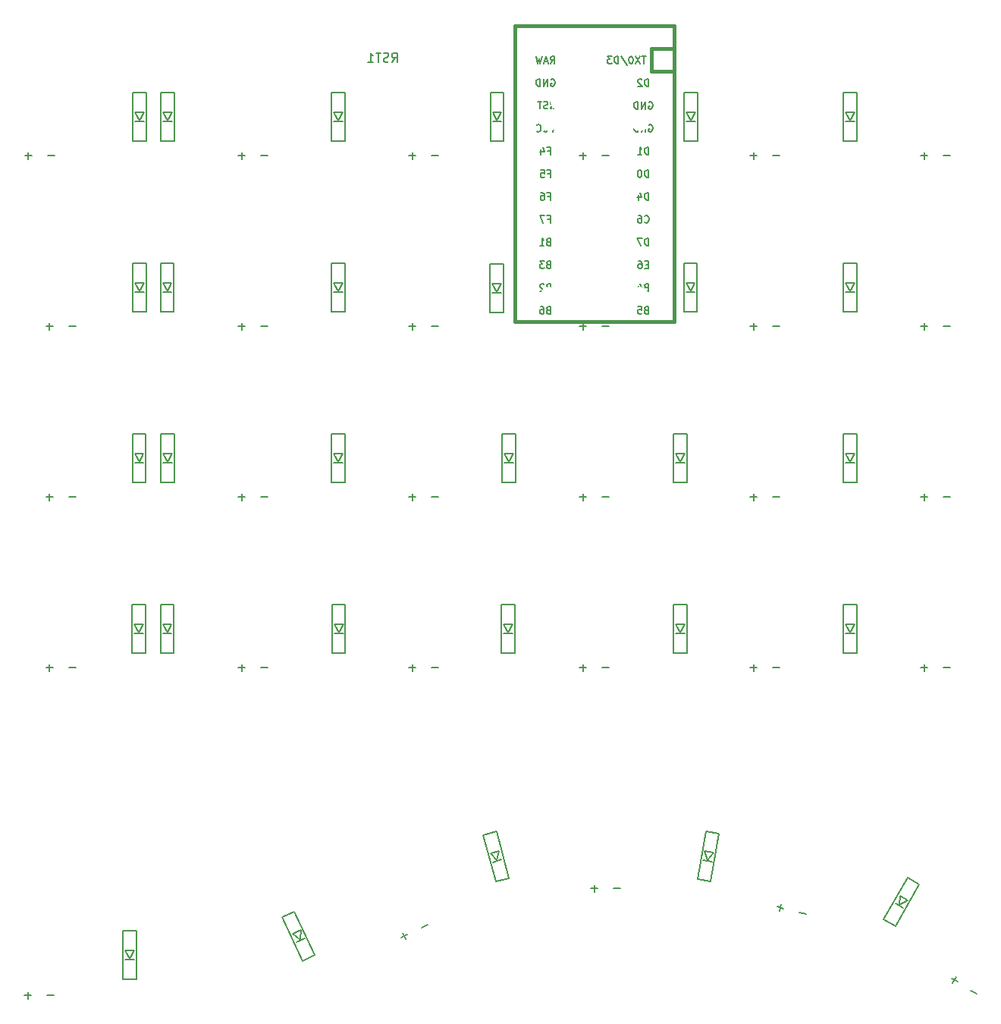
<source format=gbo>
%TF.GenerationSoftware,KiCad,Pcbnew,5.1.10-88a1d61d58~90~ubuntu20.04.1*%
%TF.CreationDate,2021-08-22T16:14:45+02:00*%
%TF.ProjectId,knuckle-pad,6b6e7563-6b6c-4652-9d70-61642e6b6963,rev?*%
%TF.SameCoordinates,Original*%
%TF.FileFunction,Legend,Bot*%
%TF.FilePolarity,Positive*%
%FSLAX46Y46*%
G04 Gerber Fmt 4.6, Leading zero omitted, Abs format (unit mm)*
G04 Created by KiCad (PCBNEW 5.1.10-88a1d61d58~90~ubuntu20.04.1) date 2021-08-22 16:14:45*
%MOMM*%
%LPD*%
G01*
G04 APERTURE LIST*
%ADD10C,0.381000*%
%ADD11C,0.150000*%
%ADD12C,4.000000*%
%ADD13C,1.752600*%
%ADD14R,1.752600X1.752600*%
%ADD15C,1.750000*%
%ADD16C,3.987800*%
%ADD17R,1.905000X1.905000*%
%ADD18C,1.905000*%
%ADD19C,2.250000*%
%ADD20C,2.000000*%
%ADD21C,0.100000*%
%ADD22C,1.397000*%
%ADD23R,0.950000X1.300000*%
%ADD24R,1.397000X1.397000*%
G04 APERTURE END LIST*
D10*
%TO.C,U1*%
X159258000Y-35052000D02*
X161798000Y-35052000D01*
X161798000Y-32512000D02*
X161798000Y-35052000D01*
X144018000Y-32512000D02*
X161798000Y-32512000D01*
X144018000Y-35052000D02*
X144018000Y-32512000D01*
D11*
G36*
X147976432Y-41531360D02*
G01*
X147976432Y-41731360D01*
X148076432Y-41731360D01*
X148076432Y-41531360D01*
X147976432Y-41531360D01*
G37*
X147976432Y-41531360D02*
X147976432Y-41731360D01*
X148076432Y-41731360D01*
X148076432Y-41531360D01*
X147976432Y-41531360D01*
G36*
X148376432Y-40931360D02*
G01*
X148376432Y-41731360D01*
X148476432Y-41731360D01*
X148476432Y-40931360D01*
X148376432Y-40931360D01*
G37*
X148376432Y-40931360D02*
X148376432Y-41731360D01*
X148476432Y-41731360D01*
X148476432Y-40931360D01*
X148376432Y-40931360D01*
G36*
X147976432Y-40931360D02*
G01*
X147976432Y-41031360D01*
X148476432Y-41031360D01*
X148476432Y-40931360D01*
X147976432Y-40931360D01*
G37*
X147976432Y-40931360D02*
X147976432Y-41031360D01*
X148476432Y-41031360D01*
X148476432Y-40931360D01*
X147976432Y-40931360D01*
G36*
X148176432Y-41331360D02*
G01*
X148176432Y-41431360D01*
X148276432Y-41431360D01*
X148276432Y-41331360D01*
X148176432Y-41331360D01*
G37*
X148176432Y-41331360D02*
X148176432Y-41431360D01*
X148276432Y-41431360D01*
X148276432Y-41331360D01*
X148176432Y-41331360D01*
G36*
X147976432Y-40931360D02*
G01*
X147976432Y-41231360D01*
X148076432Y-41231360D01*
X148076432Y-40931360D01*
X147976432Y-40931360D01*
G37*
X147976432Y-40931360D02*
X147976432Y-41231360D01*
X148076432Y-41231360D01*
X148076432Y-40931360D01*
X147976432Y-40931360D01*
D10*
X159258000Y-37592000D02*
X161798000Y-37592000D01*
X159258000Y-35052000D02*
X159258000Y-37592000D01*
X144018000Y-65532000D02*
X144018000Y-35052000D01*
X161798000Y-65532000D02*
X144018000Y-65532000D01*
X161798000Y-35052000D02*
X161798000Y-65532000D01*
D11*
%TO.C,D29*%
X187898481Y-127588731D02*
X189197519Y-128338731D01*
X185198481Y-132265269D02*
X187898481Y-127588731D01*
X186497519Y-133015269D02*
X185198481Y-132265269D01*
X189197519Y-128338731D02*
X186497519Y-133015269D01*
X187381013Y-130985013D02*
X186514987Y-130485013D01*
X187014987Y-129618987D02*
X186998000Y-130648410D01*
X187881013Y-130118987D02*
X187014987Y-129618987D01*
X186998000Y-130648410D02*
X187881013Y-130118987D01*
%TO.C,D28*%
X180682200Y-97122000D02*
X182182200Y-97122000D01*
X180682200Y-102522000D02*
X180682200Y-97122000D01*
X182182200Y-102522000D02*
X180682200Y-102522000D01*
X182182200Y-97122000D02*
X182182200Y-102522000D01*
X181932200Y-100322000D02*
X180932200Y-100322000D01*
X180932200Y-99322000D02*
X181432200Y-100222000D01*
X181932200Y-99322000D02*
X180932200Y-99322000D01*
X181432200Y-100222000D02*
X181932200Y-99322000D01*
%TO.C,D27*%
X180733000Y-78078000D02*
X182233000Y-78078000D01*
X180733000Y-83478000D02*
X180733000Y-78078000D01*
X182233000Y-83478000D02*
X180733000Y-83478000D01*
X182233000Y-78078000D02*
X182233000Y-83478000D01*
X181983000Y-81278000D02*
X180983000Y-81278000D01*
X180983000Y-80278000D02*
X181483000Y-81178000D01*
X181983000Y-80278000D02*
X180983000Y-80278000D01*
X181483000Y-81178000D02*
X181983000Y-80278000D01*
%TO.C,D26*%
X180733000Y-59022000D02*
X182233000Y-59022000D01*
X180733000Y-64422000D02*
X180733000Y-59022000D01*
X182233000Y-64422000D02*
X180733000Y-64422000D01*
X182233000Y-59022000D02*
X182233000Y-64422000D01*
X181983000Y-62222000D02*
X180983000Y-62222000D01*
X180983000Y-61222000D02*
X181483000Y-62122000D01*
X181983000Y-61222000D02*
X180983000Y-61222000D01*
X181483000Y-62122000D02*
X181983000Y-61222000D01*
%TO.C,D25*%
X180733000Y-39972000D02*
X182233000Y-39972000D01*
X180733000Y-45372000D02*
X180733000Y-39972000D01*
X182233000Y-45372000D02*
X180733000Y-45372000D01*
X182233000Y-39972000D02*
X182233000Y-45372000D01*
X181983000Y-43172000D02*
X180983000Y-43172000D01*
X180983000Y-42172000D02*
X181483000Y-43072000D01*
X181983000Y-42172000D02*
X180983000Y-42172000D01*
X181483000Y-43072000D02*
X181983000Y-42172000D01*
%TO.C,D24*%
X165338244Y-122432783D02*
X166815456Y-122693255D01*
X164400544Y-127750745D02*
X165338244Y-122432783D01*
X165877756Y-128011217D02*
X164400544Y-127750745D01*
X166815456Y-122693255D02*
X165877756Y-128011217D01*
X166013580Y-125801228D02*
X165028772Y-125627580D01*
X165202420Y-124642772D02*
X165538541Y-125615923D01*
X166187228Y-124816420D02*
X165202420Y-124642772D01*
X165538541Y-125615923D02*
X166187228Y-124816420D01*
%TO.C,D23*%
X161759200Y-97125000D02*
X163259200Y-97125000D01*
X161759200Y-102525000D02*
X161759200Y-97125000D01*
X163259200Y-102525000D02*
X161759200Y-102525000D01*
X163259200Y-97125000D02*
X163259200Y-102525000D01*
X163009200Y-100325000D02*
X162009200Y-100325000D01*
X162009200Y-99325000D02*
X162509200Y-100225000D01*
X163009200Y-99325000D02*
X162009200Y-99325000D01*
X162509200Y-100225000D02*
X163009200Y-99325000D01*
%TO.C,D22*%
X161759200Y-78078000D02*
X163259200Y-78078000D01*
X161759200Y-83478000D02*
X161759200Y-78078000D01*
X163259200Y-83478000D02*
X161759200Y-83478000D01*
X163259200Y-78078000D02*
X163259200Y-83478000D01*
X163009200Y-81278000D02*
X162009200Y-81278000D01*
X162009200Y-80278000D02*
X162509200Y-81178000D01*
X163009200Y-80278000D02*
X162009200Y-80278000D01*
X162509200Y-81178000D02*
X163009200Y-80278000D01*
%TO.C,D21*%
X162889500Y-59022000D02*
X164389500Y-59022000D01*
X162889500Y-64422000D02*
X162889500Y-59022000D01*
X164389500Y-64422000D02*
X162889500Y-64422000D01*
X164389500Y-59022000D02*
X164389500Y-64422000D01*
X164139500Y-62222000D02*
X163139500Y-62222000D01*
X163139500Y-61222000D02*
X163639500Y-62122000D01*
X164139500Y-61222000D02*
X163139500Y-61222000D01*
X163639500Y-62122000D02*
X164139500Y-61222000D01*
%TO.C,D20*%
X162953000Y-39972000D02*
X164453000Y-39972000D01*
X162953000Y-45372000D02*
X162953000Y-39972000D01*
X164453000Y-45372000D02*
X162953000Y-45372000D01*
X164453000Y-39972000D02*
X164453000Y-45372000D01*
X164203000Y-43172000D02*
X163203000Y-43172000D01*
X163203000Y-42172000D02*
X163703000Y-43072000D01*
X164203000Y-42172000D02*
X163203000Y-42172000D01*
X163703000Y-43072000D02*
X164203000Y-42172000D01*
%TO.C,D19*%
X140514148Y-122808115D02*
X141963037Y-122419886D01*
X141911771Y-128024114D02*
X140514148Y-122808115D01*
X143360660Y-127635885D02*
X141911771Y-128024114D01*
X141963037Y-122419886D02*
X143360660Y-127635885D01*
X142549776Y-125575553D02*
X141583851Y-125834372D01*
X141325032Y-124868447D02*
X142040932Y-125608370D01*
X142290957Y-124609628D02*
X141325032Y-124868447D01*
X142040932Y-125608370D02*
X142290957Y-124609628D01*
%TO.C,D18*%
X142506000Y-97125000D02*
X144006000Y-97125000D01*
X142506000Y-102525000D02*
X142506000Y-97125000D01*
X144006000Y-102525000D02*
X142506000Y-102525000D01*
X144006000Y-97125000D02*
X144006000Y-102525000D01*
X143756000Y-100325000D02*
X142756000Y-100325000D01*
X142756000Y-99325000D02*
X143256000Y-100225000D01*
X143756000Y-99325000D02*
X142756000Y-99325000D01*
X143256000Y-100225000D02*
X143756000Y-99325000D01*
%TO.C,D17*%
X142633000Y-78078000D02*
X144133000Y-78078000D01*
X142633000Y-83478000D02*
X142633000Y-78078000D01*
X144133000Y-83478000D02*
X142633000Y-83478000D01*
X144133000Y-78078000D02*
X144133000Y-83478000D01*
X143883000Y-81278000D02*
X142883000Y-81278000D01*
X142883000Y-80278000D02*
X143383000Y-81178000D01*
X143883000Y-80278000D02*
X142883000Y-80278000D01*
X143383000Y-81178000D02*
X143883000Y-80278000D01*
%TO.C,D16*%
X141236000Y-59085500D02*
X142736000Y-59085500D01*
X141236000Y-64485500D02*
X141236000Y-59085500D01*
X142736000Y-64485500D02*
X141236000Y-64485500D01*
X142736000Y-59085500D02*
X142736000Y-64485500D01*
X142486000Y-62285500D02*
X141486000Y-62285500D01*
X141486000Y-61285500D02*
X141986000Y-62185500D01*
X142486000Y-61285500D02*
X141486000Y-61285500D01*
X141986000Y-62185500D02*
X142486000Y-61285500D01*
%TO.C,D15*%
X141286800Y-39949600D02*
X142786800Y-39949600D01*
X141286800Y-45349600D02*
X141286800Y-39949600D01*
X142786800Y-45349600D02*
X141286800Y-45349600D01*
X142786800Y-39949600D02*
X142786800Y-45349600D01*
X142536800Y-43149600D02*
X141536800Y-43149600D01*
X141536800Y-42149600D02*
X142036800Y-43049600D01*
X142536800Y-42149600D02*
X141536800Y-42149600D01*
X142036800Y-43049600D02*
X142536800Y-42149600D01*
%TO.C,D14*%
X118067200Y-131981933D02*
X119426662Y-131348005D01*
X120349338Y-136875995D02*
X118067200Y-131981933D01*
X121708800Y-136242067D02*
X120349338Y-136875995D01*
X119426662Y-131348005D02*
X121708800Y-136242067D01*
X120552463Y-134353845D02*
X119646155Y-134776463D01*
X119223537Y-133870155D02*
X120057047Y-134474523D01*
X120129845Y-133447537D02*
X119223537Y-133870155D01*
X120057047Y-134474523D02*
X120129845Y-133447537D01*
%TO.C,D13*%
X123608400Y-97122000D02*
X125108400Y-97122000D01*
X123608400Y-102522000D02*
X123608400Y-97122000D01*
X125108400Y-102522000D02*
X123608400Y-102522000D01*
X125108400Y-97122000D02*
X125108400Y-102522000D01*
X124858400Y-100322000D02*
X123858400Y-100322000D01*
X123858400Y-99322000D02*
X124358400Y-100222000D01*
X124858400Y-99322000D02*
X123858400Y-99322000D01*
X124358400Y-100222000D02*
X124858400Y-99322000D01*
%TO.C,D12*%
X123583000Y-78078000D02*
X125083000Y-78078000D01*
X123583000Y-83478000D02*
X123583000Y-78078000D01*
X125083000Y-83478000D02*
X123583000Y-83478000D01*
X125083000Y-78078000D02*
X125083000Y-83478000D01*
X124833000Y-81278000D02*
X123833000Y-81278000D01*
X123833000Y-80278000D02*
X124333000Y-81178000D01*
X124833000Y-80278000D02*
X123833000Y-80278000D01*
X124333000Y-81178000D02*
X124833000Y-80278000D01*
%TO.C,D11*%
X123583000Y-59022000D02*
X125083000Y-59022000D01*
X123583000Y-64422000D02*
X123583000Y-59022000D01*
X125083000Y-64422000D02*
X123583000Y-64422000D01*
X125083000Y-59022000D02*
X125083000Y-64422000D01*
X124833000Y-62222000D02*
X123833000Y-62222000D01*
X123833000Y-61222000D02*
X124333000Y-62122000D01*
X124833000Y-61222000D02*
X123833000Y-61222000D01*
X124333000Y-62122000D02*
X124833000Y-61222000D01*
%TO.C,D10*%
X123557600Y-39972000D02*
X125057600Y-39972000D01*
X123557600Y-45372000D02*
X123557600Y-39972000D01*
X125057600Y-45372000D02*
X123557600Y-45372000D01*
X125057600Y-39972000D02*
X125057600Y-45372000D01*
X124807600Y-43172000D02*
X123807600Y-43172000D01*
X123807600Y-42172000D02*
X124307600Y-43072000D01*
X124807600Y-42172000D02*
X123807600Y-42172000D01*
X124307600Y-43072000D02*
X124807600Y-42172000D01*
%TO.C,D9*%
X104469500Y-97128000D02*
X105969500Y-97128000D01*
X104469500Y-102528000D02*
X104469500Y-97128000D01*
X105969500Y-102528000D02*
X104469500Y-102528000D01*
X105969500Y-97128000D02*
X105969500Y-102528000D01*
X105719500Y-100328000D02*
X104719500Y-100328000D01*
X104719500Y-99328000D02*
X105219500Y-100228000D01*
X105719500Y-99328000D02*
X104719500Y-99328000D01*
X105219500Y-100228000D02*
X105719500Y-99328000D01*
%TO.C,D8*%
X104533000Y-78078000D02*
X106033000Y-78078000D01*
X104533000Y-83478000D02*
X104533000Y-78078000D01*
X106033000Y-83478000D02*
X104533000Y-83478000D01*
X106033000Y-78078000D02*
X106033000Y-83478000D01*
X105783000Y-81278000D02*
X104783000Y-81278000D01*
X104783000Y-80278000D02*
X105283000Y-81178000D01*
X105783000Y-80278000D02*
X104783000Y-80278000D01*
X105283000Y-81178000D02*
X105783000Y-80278000D01*
%TO.C,D7*%
X104469500Y-59022000D02*
X105969500Y-59022000D01*
X104469500Y-64422000D02*
X104469500Y-59022000D01*
X105969500Y-64422000D02*
X104469500Y-64422000D01*
X105969500Y-59022000D02*
X105969500Y-64422000D01*
X105719500Y-62222000D02*
X104719500Y-62222000D01*
X104719500Y-61222000D02*
X105219500Y-62122000D01*
X105719500Y-61222000D02*
X104719500Y-61222000D01*
X105219500Y-62122000D02*
X105719500Y-61222000D01*
%TO.C,D6*%
X104507600Y-39972000D02*
X106007600Y-39972000D01*
X104507600Y-45372000D02*
X104507600Y-39972000D01*
X106007600Y-45372000D02*
X104507600Y-45372000D01*
X106007600Y-39972000D02*
X106007600Y-45372000D01*
X105757600Y-43172000D02*
X104757600Y-43172000D01*
X104757600Y-42172000D02*
X105257600Y-43072000D01*
X105757600Y-42172000D02*
X104757600Y-42172000D01*
X105257600Y-43072000D02*
X105757600Y-42172000D01*
%TO.C,D5*%
X100278500Y-133507500D02*
X101778500Y-133507500D01*
X100278500Y-138907500D02*
X100278500Y-133507500D01*
X101778500Y-138907500D02*
X100278500Y-138907500D01*
X101778500Y-133507500D02*
X101778500Y-138907500D01*
X101528500Y-136707500D02*
X100528500Y-136707500D01*
X100528500Y-135707500D02*
X101028500Y-136607500D01*
X101528500Y-135707500D02*
X100528500Y-135707500D01*
X101028500Y-136607500D02*
X101528500Y-135707500D01*
%TO.C,D4*%
X101281800Y-97122000D02*
X102781800Y-97122000D01*
X101281800Y-102522000D02*
X101281800Y-97122000D01*
X102781800Y-102522000D02*
X101281800Y-102522000D01*
X102781800Y-97122000D02*
X102781800Y-102522000D01*
X102531800Y-100322000D02*
X101531800Y-100322000D01*
X101531800Y-99322000D02*
X102031800Y-100222000D01*
X102531800Y-99322000D02*
X101531800Y-99322000D01*
X102031800Y-100222000D02*
X102531800Y-99322000D01*
%TO.C,D3*%
X101332600Y-78072000D02*
X102832600Y-78072000D01*
X101332600Y-83472000D02*
X101332600Y-78072000D01*
X102832600Y-83472000D02*
X101332600Y-83472000D01*
X102832600Y-78072000D02*
X102832600Y-83472000D01*
X102582600Y-81272000D02*
X101582600Y-81272000D01*
X101582600Y-80272000D02*
X102082600Y-81172000D01*
X102582600Y-80272000D02*
X101582600Y-80272000D01*
X102082600Y-81172000D02*
X102582600Y-80272000D01*
%TO.C,D2*%
X101358000Y-59022000D02*
X102858000Y-59022000D01*
X101358000Y-64422000D02*
X101358000Y-59022000D01*
X102858000Y-64422000D02*
X101358000Y-64422000D01*
X102858000Y-59022000D02*
X102858000Y-64422000D01*
X102608000Y-62222000D02*
X101608000Y-62222000D01*
X101608000Y-61222000D02*
X102108000Y-62122000D01*
X102608000Y-61222000D02*
X101608000Y-61222000D01*
X102108000Y-62122000D02*
X102608000Y-61222000D01*
%TO.C,D1*%
X102108000Y-43072000D02*
X102608000Y-42172000D01*
X102608000Y-42172000D02*
X101608000Y-42172000D01*
X101608000Y-42172000D02*
X102108000Y-43072000D01*
X102608000Y-43172000D02*
X101608000Y-43172000D01*
X102858000Y-39972000D02*
X102858000Y-45372000D01*
X102858000Y-45372000D02*
X101358000Y-45372000D01*
X101358000Y-45372000D02*
X101358000Y-39972000D01*
X101358000Y-39972000D02*
X102858000Y-39972000D01*
%TO.C,U1*%
X158670348Y-35883904D02*
X158213205Y-35883904D01*
X158441776Y-36683904D02*
X158441776Y-35883904D01*
X158022729Y-35883904D02*
X157489395Y-36683904D01*
X157489395Y-35883904D02*
X158022729Y-36683904D01*
X157032252Y-35883904D02*
X156956062Y-35883904D01*
X156879872Y-35922000D01*
X156841776Y-35960095D01*
X156803681Y-36036285D01*
X156765586Y-36188666D01*
X156765586Y-36379142D01*
X156803681Y-36531523D01*
X156841776Y-36607714D01*
X156879872Y-36645809D01*
X156956062Y-36683904D01*
X157032252Y-36683904D01*
X157108443Y-36645809D01*
X157146538Y-36607714D01*
X157184633Y-36531523D01*
X157222729Y-36379142D01*
X157222729Y-36188666D01*
X157184633Y-36036285D01*
X157146538Y-35960095D01*
X157108443Y-35922000D01*
X157032252Y-35883904D01*
X155851300Y-35845809D02*
X156537014Y-36874380D01*
X155584633Y-36683904D02*
X155584633Y-35883904D01*
X155394157Y-35883904D01*
X155279872Y-35922000D01*
X155203681Y-35998190D01*
X155165586Y-36074380D01*
X155127491Y-36226761D01*
X155127491Y-36341047D01*
X155165586Y-36493428D01*
X155203681Y-36569619D01*
X155279872Y-36645809D01*
X155394157Y-36683904D01*
X155584633Y-36683904D01*
X154860824Y-35883904D02*
X154365586Y-35883904D01*
X154632252Y-36188666D01*
X154517967Y-36188666D01*
X154441776Y-36226761D01*
X154403681Y-36264857D01*
X154365586Y-36341047D01*
X154365586Y-36531523D01*
X154403681Y-36607714D01*
X154441776Y-36645809D01*
X154517967Y-36683904D01*
X154746538Y-36683904D01*
X154822729Y-36645809D01*
X154860824Y-36607714D01*
X158959476Y-39223904D02*
X158959476Y-38423904D01*
X158769000Y-38423904D01*
X158654714Y-38462000D01*
X158578523Y-38538190D01*
X158540428Y-38614380D01*
X158502333Y-38766761D01*
X158502333Y-38881047D01*
X158540428Y-39033428D01*
X158578523Y-39109619D01*
X158654714Y-39185809D01*
X158769000Y-39223904D01*
X158959476Y-39223904D01*
X158197571Y-38500095D02*
X158159476Y-38462000D01*
X158083285Y-38423904D01*
X157892809Y-38423904D01*
X157816619Y-38462000D01*
X157778523Y-38500095D01*
X157740428Y-38576285D01*
X157740428Y-38652476D01*
X157778523Y-38766761D01*
X158235666Y-39223904D01*
X157740428Y-39223904D01*
X158959476Y-49383904D02*
X158959476Y-48583904D01*
X158769000Y-48583904D01*
X158654714Y-48622000D01*
X158578523Y-48698190D01*
X158540428Y-48774380D01*
X158502333Y-48926761D01*
X158502333Y-49041047D01*
X158540428Y-49193428D01*
X158578523Y-49269619D01*
X158654714Y-49345809D01*
X158769000Y-49383904D01*
X158959476Y-49383904D01*
X158007095Y-48583904D02*
X157930904Y-48583904D01*
X157854714Y-48622000D01*
X157816619Y-48660095D01*
X157778523Y-48736285D01*
X157740428Y-48888666D01*
X157740428Y-49079142D01*
X157778523Y-49231523D01*
X157816619Y-49307714D01*
X157854714Y-49345809D01*
X157930904Y-49383904D01*
X158007095Y-49383904D01*
X158083285Y-49345809D01*
X158121380Y-49307714D01*
X158159476Y-49231523D01*
X158197571Y-49079142D01*
X158197571Y-48888666D01*
X158159476Y-48736285D01*
X158121380Y-48660095D01*
X158083285Y-48622000D01*
X158007095Y-48583904D01*
X158959476Y-46843904D02*
X158959476Y-46043904D01*
X158769000Y-46043904D01*
X158654714Y-46082000D01*
X158578523Y-46158190D01*
X158540428Y-46234380D01*
X158502333Y-46386761D01*
X158502333Y-46501047D01*
X158540428Y-46653428D01*
X158578523Y-46729619D01*
X158654714Y-46805809D01*
X158769000Y-46843904D01*
X158959476Y-46843904D01*
X157740428Y-46843904D02*
X158197571Y-46843904D01*
X157969000Y-46843904D02*
X157969000Y-46043904D01*
X158045190Y-46158190D01*
X158121380Y-46234380D01*
X158197571Y-46272476D01*
X158978523Y-43542000D02*
X159054714Y-43503904D01*
X159169000Y-43503904D01*
X159283285Y-43542000D01*
X159359476Y-43618190D01*
X159397571Y-43694380D01*
X159435666Y-43846761D01*
X159435666Y-43961047D01*
X159397571Y-44113428D01*
X159359476Y-44189619D01*
X159283285Y-44265809D01*
X159169000Y-44303904D01*
X159092809Y-44303904D01*
X158978523Y-44265809D01*
X158940428Y-44227714D01*
X158940428Y-43961047D01*
X159092809Y-43961047D01*
X158597571Y-44303904D02*
X158597571Y-43503904D01*
X158140428Y-44303904D01*
X158140428Y-43503904D01*
X157759476Y-44303904D02*
X157759476Y-43503904D01*
X157569000Y-43503904D01*
X157454714Y-43542000D01*
X157378523Y-43618190D01*
X157340428Y-43694380D01*
X157302333Y-43846761D01*
X157302333Y-43961047D01*
X157340428Y-44113428D01*
X157378523Y-44189619D01*
X157454714Y-44265809D01*
X157569000Y-44303904D01*
X157759476Y-44303904D01*
X158978523Y-41002000D02*
X159054714Y-40963904D01*
X159169000Y-40963904D01*
X159283285Y-41002000D01*
X159359476Y-41078190D01*
X159397571Y-41154380D01*
X159435666Y-41306761D01*
X159435666Y-41421047D01*
X159397571Y-41573428D01*
X159359476Y-41649619D01*
X159283285Y-41725809D01*
X159169000Y-41763904D01*
X159092809Y-41763904D01*
X158978523Y-41725809D01*
X158940428Y-41687714D01*
X158940428Y-41421047D01*
X159092809Y-41421047D01*
X158597571Y-41763904D02*
X158597571Y-40963904D01*
X158140428Y-41763904D01*
X158140428Y-40963904D01*
X157759476Y-41763904D02*
X157759476Y-40963904D01*
X157569000Y-40963904D01*
X157454714Y-41002000D01*
X157378523Y-41078190D01*
X157340428Y-41154380D01*
X157302333Y-41306761D01*
X157302333Y-41421047D01*
X157340428Y-41573428D01*
X157378523Y-41649619D01*
X157454714Y-41725809D01*
X157569000Y-41763904D01*
X157759476Y-41763904D01*
X158959476Y-51923904D02*
X158959476Y-51123904D01*
X158769000Y-51123904D01*
X158654714Y-51162000D01*
X158578523Y-51238190D01*
X158540428Y-51314380D01*
X158502333Y-51466761D01*
X158502333Y-51581047D01*
X158540428Y-51733428D01*
X158578523Y-51809619D01*
X158654714Y-51885809D01*
X158769000Y-51923904D01*
X158959476Y-51923904D01*
X157816619Y-51390571D02*
X157816619Y-51923904D01*
X158007095Y-51085809D02*
X158197571Y-51657238D01*
X157702333Y-51657238D01*
X158502333Y-54387714D02*
X158540428Y-54425809D01*
X158654714Y-54463904D01*
X158730904Y-54463904D01*
X158845190Y-54425809D01*
X158921380Y-54349619D01*
X158959476Y-54273428D01*
X158997571Y-54121047D01*
X158997571Y-54006761D01*
X158959476Y-53854380D01*
X158921380Y-53778190D01*
X158845190Y-53702000D01*
X158730904Y-53663904D01*
X158654714Y-53663904D01*
X158540428Y-53702000D01*
X158502333Y-53740095D01*
X157816619Y-53663904D02*
X157969000Y-53663904D01*
X158045190Y-53702000D01*
X158083285Y-53740095D01*
X158159476Y-53854380D01*
X158197571Y-54006761D01*
X158197571Y-54311523D01*
X158159476Y-54387714D01*
X158121380Y-54425809D01*
X158045190Y-54463904D01*
X157892809Y-54463904D01*
X157816619Y-54425809D01*
X157778523Y-54387714D01*
X157740428Y-54311523D01*
X157740428Y-54121047D01*
X157778523Y-54044857D01*
X157816619Y-54006761D01*
X157892809Y-53968666D01*
X158045190Y-53968666D01*
X158121380Y-54006761D01*
X158159476Y-54044857D01*
X158197571Y-54121047D01*
X158959476Y-57003904D02*
X158959476Y-56203904D01*
X158769000Y-56203904D01*
X158654714Y-56242000D01*
X158578523Y-56318190D01*
X158540428Y-56394380D01*
X158502333Y-56546761D01*
X158502333Y-56661047D01*
X158540428Y-56813428D01*
X158578523Y-56889619D01*
X158654714Y-56965809D01*
X158769000Y-57003904D01*
X158959476Y-57003904D01*
X158235666Y-56203904D02*
X157702333Y-56203904D01*
X158045190Y-57003904D01*
X158921380Y-59124857D02*
X158654714Y-59124857D01*
X158540428Y-59543904D02*
X158921380Y-59543904D01*
X158921380Y-58743904D01*
X158540428Y-58743904D01*
X157854714Y-58743904D02*
X158007095Y-58743904D01*
X158083285Y-58782000D01*
X158121380Y-58820095D01*
X158197571Y-58934380D01*
X158235666Y-59086761D01*
X158235666Y-59391523D01*
X158197571Y-59467714D01*
X158159476Y-59505809D01*
X158083285Y-59543904D01*
X157930904Y-59543904D01*
X157854714Y-59505809D01*
X157816619Y-59467714D01*
X157778523Y-59391523D01*
X157778523Y-59201047D01*
X157816619Y-59124857D01*
X157854714Y-59086761D01*
X157930904Y-59048666D01*
X158083285Y-59048666D01*
X158159476Y-59086761D01*
X158197571Y-59124857D01*
X158235666Y-59201047D01*
X158692809Y-61664857D02*
X158578523Y-61702952D01*
X158540428Y-61741047D01*
X158502333Y-61817238D01*
X158502333Y-61931523D01*
X158540428Y-62007714D01*
X158578523Y-62045809D01*
X158654714Y-62083904D01*
X158959476Y-62083904D01*
X158959476Y-61283904D01*
X158692809Y-61283904D01*
X158616619Y-61322000D01*
X158578523Y-61360095D01*
X158540428Y-61436285D01*
X158540428Y-61512476D01*
X158578523Y-61588666D01*
X158616619Y-61626761D01*
X158692809Y-61664857D01*
X158959476Y-61664857D01*
X157816619Y-61550571D02*
X157816619Y-62083904D01*
X158007095Y-61245809D02*
X158197571Y-61817238D01*
X157702333Y-61817238D01*
X158692809Y-64204857D02*
X158578523Y-64242952D01*
X158540428Y-64281047D01*
X158502333Y-64357238D01*
X158502333Y-64471523D01*
X158540428Y-64547714D01*
X158578523Y-64585809D01*
X158654714Y-64623904D01*
X158959476Y-64623904D01*
X158959476Y-63823904D01*
X158692809Y-63823904D01*
X158616619Y-63862000D01*
X158578523Y-63900095D01*
X158540428Y-63976285D01*
X158540428Y-64052476D01*
X158578523Y-64128666D01*
X158616619Y-64166761D01*
X158692809Y-64204857D01*
X158959476Y-64204857D01*
X157778523Y-63823904D02*
X158159476Y-63823904D01*
X158197571Y-64204857D01*
X158159476Y-64166761D01*
X158083285Y-64128666D01*
X157892809Y-64128666D01*
X157816619Y-64166761D01*
X157778523Y-64204857D01*
X157740428Y-64281047D01*
X157740428Y-64471523D01*
X157778523Y-64547714D01*
X157816619Y-64585809D01*
X157892809Y-64623904D01*
X158083285Y-64623904D01*
X158159476Y-64585809D01*
X158197571Y-64547714D01*
X147770809Y-64204857D02*
X147656523Y-64242952D01*
X147618428Y-64281047D01*
X147580333Y-64357238D01*
X147580333Y-64471523D01*
X147618428Y-64547714D01*
X147656523Y-64585809D01*
X147732714Y-64623904D01*
X148037476Y-64623904D01*
X148037476Y-63823904D01*
X147770809Y-63823904D01*
X147694619Y-63862000D01*
X147656523Y-63900095D01*
X147618428Y-63976285D01*
X147618428Y-64052476D01*
X147656523Y-64128666D01*
X147694619Y-64166761D01*
X147770809Y-64204857D01*
X148037476Y-64204857D01*
X146894619Y-63823904D02*
X147047000Y-63823904D01*
X147123190Y-63862000D01*
X147161285Y-63900095D01*
X147237476Y-64014380D01*
X147275571Y-64166761D01*
X147275571Y-64471523D01*
X147237476Y-64547714D01*
X147199380Y-64585809D01*
X147123190Y-64623904D01*
X146970809Y-64623904D01*
X146894619Y-64585809D01*
X146856523Y-64547714D01*
X146818428Y-64471523D01*
X146818428Y-64281047D01*
X146856523Y-64204857D01*
X146894619Y-64166761D01*
X146970809Y-64128666D01*
X147123190Y-64128666D01*
X147199380Y-64166761D01*
X147237476Y-64204857D01*
X147275571Y-64281047D01*
X147770809Y-59124857D02*
X147656523Y-59162952D01*
X147618428Y-59201047D01*
X147580333Y-59277238D01*
X147580333Y-59391523D01*
X147618428Y-59467714D01*
X147656523Y-59505809D01*
X147732714Y-59543904D01*
X148037476Y-59543904D01*
X148037476Y-58743904D01*
X147770809Y-58743904D01*
X147694619Y-58782000D01*
X147656523Y-58820095D01*
X147618428Y-58896285D01*
X147618428Y-58972476D01*
X147656523Y-59048666D01*
X147694619Y-59086761D01*
X147770809Y-59124857D01*
X148037476Y-59124857D01*
X147313666Y-58743904D02*
X146818428Y-58743904D01*
X147085095Y-59048666D01*
X146970809Y-59048666D01*
X146894619Y-59086761D01*
X146856523Y-59124857D01*
X146818428Y-59201047D01*
X146818428Y-59391523D01*
X146856523Y-59467714D01*
X146894619Y-59505809D01*
X146970809Y-59543904D01*
X147199380Y-59543904D01*
X147275571Y-59505809D01*
X147313666Y-59467714D01*
X147770809Y-56584857D02*
X147656523Y-56622952D01*
X147618428Y-56661047D01*
X147580333Y-56737238D01*
X147580333Y-56851523D01*
X147618428Y-56927714D01*
X147656523Y-56965809D01*
X147732714Y-57003904D01*
X148037476Y-57003904D01*
X148037476Y-56203904D01*
X147770809Y-56203904D01*
X147694619Y-56242000D01*
X147656523Y-56280095D01*
X147618428Y-56356285D01*
X147618428Y-56432476D01*
X147656523Y-56508666D01*
X147694619Y-56546761D01*
X147770809Y-56584857D01*
X148037476Y-56584857D01*
X146818428Y-57003904D02*
X147275571Y-57003904D01*
X147047000Y-57003904D02*
X147047000Y-56203904D01*
X147123190Y-56318190D01*
X147199380Y-56394380D01*
X147275571Y-56432476D01*
X147713666Y-46424857D02*
X147980333Y-46424857D01*
X147980333Y-46843904D02*
X147980333Y-46043904D01*
X147599380Y-46043904D01*
X146951761Y-46310571D02*
X146951761Y-46843904D01*
X147142238Y-46005809D02*
X147332714Y-46577238D01*
X146837476Y-46577238D01*
X148513666Y-43503904D02*
X148247000Y-44303904D01*
X147980333Y-43503904D01*
X147256523Y-44227714D02*
X147294619Y-44265809D01*
X147408904Y-44303904D01*
X147485095Y-44303904D01*
X147599380Y-44265809D01*
X147675571Y-44189619D01*
X147713666Y-44113428D01*
X147751761Y-43961047D01*
X147751761Y-43846761D01*
X147713666Y-43694380D01*
X147675571Y-43618190D01*
X147599380Y-43542000D01*
X147485095Y-43503904D01*
X147408904Y-43503904D01*
X147294619Y-43542000D01*
X147256523Y-43580095D01*
X146456523Y-44227714D02*
X146494619Y-44265809D01*
X146608904Y-44303904D01*
X146685095Y-44303904D01*
X146799380Y-44265809D01*
X146875571Y-44189619D01*
X146913666Y-44113428D01*
X146951761Y-43961047D01*
X146951761Y-43846761D01*
X146913666Y-43694380D01*
X146875571Y-43618190D01*
X146799380Y-43542000D01*
X146685095Y-43503904D01*
X146608904Y-43503904D01*
X146494619Y-43542000D01*
X146456523Y-43580095D01*
X147708213Y-41695809D02*
X147593927Y-41733904D01*
X147403451Y-41733904D01*
X147327260Y-41695809D01*
X147289165Y-41657714D01*
X147251070Y-41581523D01*
X147251070Y-41505333D01*
X147289165Y-41429142D01*
X147327260Y-41391047D01*
X147403451Y-41352952D01*
X147555832Y-41314857D01*
X147632022Y-41276761D01*
X147670118Y-41238666D01*
X147708213Y-41162476D01*
X147708213Y-41086285D01*
X147670118Y-41010095D01*
X147632022Y-40972000D01*
X147555832Y-40933904D01*
X147365356Y-40933904D01*
X147251070Y-40972000D01*
X147022499Y-40933904D02*
X146565356Y-40933904D01*
X146793927Y-41733904D02*
X146793927Y-40933904D01*
X148056523Y-38462000D02*
X148132714Y-38423904D01*
X148247000Y-38423904D01*
X148361285Y-38462000D01*
X148437476Y-38538190D01*
X148475571Y-38614380D01*
X148513666Y-38766761D01*
X148513666Y-38881047D01*
X148475571Y-39033428D01*
X148437476Y-39109619D01*
X148361285Y-39185809D01*
X148247000Y-39223904D01*
X148170809Y-39223904D01*
X148056523Y-39185809D01*
X148018428Y-39147714D01*
X148018428Y-38881047D01*
X148170809Y-38881047D01*
X147675571Y-39223904D02*
X147675571Y-38423904D01*
X147218428Y-39223904D01*
X147218428Y-38423904D01*
X146837476Y-39223904D02*
X146837476Y-38423904D01*
X146647000Y-38423904D01*
X146532714Y-38462000D01*
X146456523Y-38538190D01*
X146418428Y-38614380D01*
X146380333Y-38766761D01*
X146380333Y-38881047D01*
X146418428Y-39033428D01*
X146456523Y-39109619D01*
X146532714Y-39185809D01*
X146647000Y-39223904D01*
X146837476Y-39223904D01*
X147999380Y-36683904D02*
X148266047Y-36302952D01*
X148456523Y-36683904D02*
X148456523Y-35883904D01*
X148151761Y-35883904D01*
X148075571Y-35922000D01*
X148037476Y-35960095D01*
X147999380Y-36036285D01*
X147999380Y-36150571D01*
X148037476Y-36226761D01*
X148075571Y-36264857D01*
X148151761Y-36302952D01*
X148456523Y-36302952D01*
X147694619Y-36455333D02*
X147313666Y-36455333D01*
X147770809Y-36683904D02*
X147504142Y-35883904D01*
X147237476Y-36683904D01*
X147047000Y-35883904D02*
X146856523Y-36683904D01*
X146704142Y-36112476D01*
X146551761Y-36683904D01*
X146361285Y-35883904D01*
X147713666Y-48964857D02*
X147980333Y-48964857D01*
X147980333Y-49383904D02*
X147980333Y-48583904D01*
X147599380Y-48583904D01*
X146913666Y-48583904D02*
X147294619Y-48583904D01*
X147332714Y-48964857D01*
X147294619Y-48926761D01*
X147218428Y-48888666D01*
X147027952Y-48888666D01*
X146951761Y-48926761D01*
X146913666Y-48964857D01*
X146875571Y-49041047D01*
X146875571Y-49231523D01*
X146913666Y-49307714D01*
X146951761Y-49345809D01*
X147027952Y-49383904D01*
X147218428Y-49383904D01*
X147294619Y-49345809D01*
X147332714Y-49307714D01*
X147713666Y-51504857D02*
X147980333Y-51504857D01*
X147980333Y-51923904D02*
X147980333Y-51123904D01*
X147599380Y-51123904D01*
X146951761Y-51123904D02*
X147104142Y-51123904D01*
X147180333Y-51162000D01*
X147218428Y-51200095D01*
X147294619Y-51314380D01*
X147332714Y-51466761D01*
X147332714Y-51771523D01*
X147294619Y-51847714D01*
X147256523Y-51885809D01*
X147180333Y-51923904D01*
X147027952Y-51923904D01*
X146951761Y-51885809D01*
X146913666Y-51847714D01*
X146875571Y-51771523D01*
X146875571Y-51581047D01*
X146913666Y-51504857D01*
X146951761Y-51466761D01*
X147027952Y-51428666D01*
X147180333Y-51428666D01*
X147256523Y-51466761D01*
X147294619Y-51504857D01*
X147332714Y-51581047D01*
X147713666Y-54044857D02*
X147980333Y-54044857D01*
X147980333Y-54463904D02*
X147980333Y-53663904D01*
X147599380Y-53663904D01*
X147370809Y-53663904D02*
X146837476Y-53663904D01*
X147180333Y-54463904D01*
X147770809Y-61664857D02*
X147656523Y-61702952D01*
X147618428Y-61741047D01*
X147580333Y-61817238D01*
X147580333Y-61931523D01*
X147618428Y-62007714D01*
X147656523Y-62045809D01*
X147732714Y-62083904D01*
X148037476Y-62083904D01*
X148037476Y-61283904D01*
X147770809Y-61283904D01*
X147694619Y-61322000D01*
X147656523Y-61360095D01*
X147618428Y-61436285D01*
X147618428Y-61512476D01*
X147656523Y-61588666D01*
X147694619Y-61626761D01*
X147770809Y-61664857D01*
X148037476Y-61664857D01*
X147275571Y-61360095D02*
X147237476Y-61322000D01*
X147161285Y-61283904D01*
X146970809Y-61283904D01*
X146894619Y-61322000D01*
X146856523Y-61360095D01*
X146818428Y-61436285D01*
X146818428Y-61512476D01*
X146856523Y-61626761D01*
X147313666Y-62083904D01*
X146818428Y-62083904D01*
%TO.C,SW1*%
X92608352Y-47005428D02*
X91846447Y-47005428D01*
X90068352Y-47005428D02*
X89306447Y-47005428D01*
X89687400Y-47386380D02*
X89687400Y-46624476D01*
%TO.C,RST1*%
X130309809Y-36530380D02*
X130643142Y-36054190D01*
X130881238Y-36530380D02*
X130881238Y-35530380D01*
X130500285Y-35530380D01*
X130405047Y-35578000D01*
X130357428Y-35625619D01*
X130309809Y-35720857D01*
X130309809Y-35863714D01*
X130357428Y-35958952D01*
X130405047Y-36006571D01*
X130500285Y-36054190D01*
X130881238Y-36054190D01*
X129928857Y-36482761D02*
X129786000Y-36530380D01*
X129547904Y-36530380D01*
X129452666Y-36482761D01*
X129405047Y-36435142D01*
X129357428Y-36339904D01*
X129357428Y-36244666D01*
X129405047Y-36149428D01*
X129452666Y-36101809D01*
X129547904Y-36054190D01*
X129738380Y-36006571D01*
X129833619Y-35958952D01*
X129881238Y-35911333D01*
X129928857Y-35816095D01*
X129928857Y-35720857D01*
X129881238Y-35625619D01*
X129833619Y-35578000D01*
X129738380Y-35530380D01*
X129500285Y-35530380D01*
X129357428Y-35578000D01*
X129071714Y-35530380D02*
X128500285Y-35530380D01*
X128786000Y-36530380D02*
X128786000Y-35530380D01*
X127643142Y-36530380D02*
X128214571Y-36530380D01*
X127928857Y-36530380D02*
X127928857Y-35530380D01*
X128024095Y-35673238D01*
X128119333Y-35768476D01*
X128214571Y-35816095D01*
%TO.C,SW29*%
X195595518Y-140555614D02*
X194949386Y-140151866D01*
X193441475Y-139209619D02*
X192795343Y-138805871D01*
X192916535Y-139330811D02*
X193320283Y-138684679D01*
%TO.C,SW28*%
X192658952Y-104155428D02*
X191897047Y-104155428D01*
X190118952Y-104155428D02*
X189357047Y-104155428D01*
X189738000Y-104536380D02*
X189738000Y-103774476D01*
%TO.C,SW27*%
X192658952Y-85105428D02*
X191897047Y-85105428D01*
X190118952Y-85105428D02*
X189357047Y-85105428D01*
X189738000Y-85486380D02*
X189738000Y-84724476D01*
%TO.C,SW26*%
X192658952Y-66055428D02*
X191897047Y-66055428D01*
X190118952Y-66055428D02*
X189357047Y-66055428D01*
X189738000Y-66436380D02*
X189738000Y-65674476D01*
%TO.C,SW25*%
X192658952Y-47005428D02*
X191897047Y-47005428D01*
X190118952Y-47005428D02*
X189357047Y-47005428D01*
X189738000Y-47386380D02*
X189738000Y-46624476D01*
%TO.C,SW24*%
X176505905Y-131626743D02*
X175766632Y-131442422D01*
X174041354Y-131012261D02*
X173302081Y-130827940D01*
X173579557Y-131289737D02*
X173763878Y-130550464D01*
%TO.C,SW23*%
X173608952Y-104155428D02*
X172847047Y-104155428D01*
X171068952Y-104155428D02*
X170307047Y-104155428D01*
X170688000Y-104536380D02*
X170688000Y-103774476D01*
%TO.C,SW22*%
X173608952Y-85105428D02*
X172847047Y-85105428D01*
X171068952Y-85105428D02*
X170307047Y-85105428D01*
X170688000Y-85486380D02*
X170688000Y-84724476D01*
%TO.C,SW21*%
X173608952Y-66055428D02*
X172847047Y-66055428D01*
X171068952Y-66055428D02*
X170307047Y-66055428D01*
X170688000Y-66436380D02*
X170688000Y-65674476D01*
%TO.C,SW20*%
X173608952Y-47005428D02*
X172847047Y-47005428D01*
X171068952Y-47005428D02*
X170307047Y-47005428D01*
X170688000Y-47386380D02*
X170688000Y-46624476D01*
%TO.C,SW19*%
X155828952Y-128793428D02*
X155067047Y-128793428D01*
X153288952Y-128793428D02*
X152527047Y-128793428D01*
X152908000Y-129174380D02*
X152908000Y-128412476D01*
%TO.C,SW18*%
X154558952Y-104155428D02*
X153797047Y-104155428D01*
X152018952Y-104155428D02*
X151257047Y-104155428D01*
X151638000Y-104536380D02*
X151638000Y-103774476D01*
%TO.C,SW17*%
X154558952Y-85105428D02*
X153797047Y-85105428D01*
X152018952Y-85105428D02*
X151257047Y-85105428D01*
X151638000Y-85486380D02*
X151638000Y-84724476D01*
%TO.C,SW16*%
X154558952Y-66055428D02*
X153797047Y-66055428D01*
X152018952Y-66055428D02*
X151257047Y-66055428D01*
X151638000Y-66436380D02*
X151638000Y-65674476D01*
%TO.C,SW15*%
X154558952Y-47005428D02*
X153797047Y-47005428D01*
X152018952Y-47005428D02*
X151257047Y-47005428D01*
X151638000Y-47386380D02*
X151638000Y-46624476D01*
%TO.C,SW14*%
X134323622Y-132841090D02*
X133633101Y-133163085D01*
X132021600Y-133914540D02*
X131331079Y-134236535D01*
X131837337Y-134420798D02*
X131515342Y-133730278D01*
%TO.C,SW13*%
X135508952Y-104155428D02*
X134747047Y-104155428D01*
X132968952Y-104155428D02*
X132207047Y-104155428D01*
X132588000Y-104536380D02*
X132588000Y-103774476D01*
%TO.C,SW12*%
X135508952Y-85105428D02*
X134747047Y-85105428D01*
X132968952Y-85105428D02*
X132207047Y-85105428D01*
X132588000Y-85486380D02*
X132588000Y-84724476D01*
%TO.C,SW11*%
X135508952Y-66055428D02*
X134747047Y-66055428D01*
X132968952Y-66055428D02*
X132207047Y-66055428D01*
X132588000Y-66436380D02*
X132588000Y-65674476D01*
%TO.C,SW10*%
X135508952Y-47005428D02*
X134747047Y-47005428D01*
X132968952Y-47005428D02*
X132207047Y-47005428D01*
X132588000Y-47386380D02*
X132588000Y-46624476D01*
%TO.C,SW9*%
X116458952Y-104155428D02*
X115697047Y-104155428D01*
X113918952Y-104155428D02*
X113157047Y-104155428D01*
X113538000Y-104536380D02*
X113538000Y-103774476D01*
%TO.C,SW8*%
X116458952Y-85105428D02*
X115697047Y-85105428D01*
X113918952Y-85105428D02*
X113157047Y-85105428D01*
X113538000Y-85486380D02*
X113538000Y-84724476D01*
%TO.C,SW7*%
X116458952Y-66055428D02*
X115697047Y-66055428D01*
X113918952Y-66055428D02*
X113157047Y-66055428D01*
X113538000Y-66436380D02*
X113538000Y-65674476D01*
%TO.C,SW6*%
X116458952Y-47005428D02*
X115697047Y-47005428D01*
X113918952Y-47005428D02*
X113157047Y-47005428D01*
X113538000Y-47386380D02*
X113538000Y-46624476D01*
%TO.C,SW5*%
X92582952Y-140731428D02*
X91821047Y-140731428D01*
X90042952Y-140731428D02*
X89281047Y-140731428D01*
X89662000Y-141112380D02*
X89662000Y-140350476D01*
%TO.C,SW4*%
X94995952Y-104155428D02*
X94234047Y-104155428D01*
X92455952Y-104155428D02*
X91694047Y-104155428D01*
X92075000Y-104536380D02*
X92075000Y-103774476D01*
%TO.C,SW3*%
X94995952Y-85105428D02*
X94234047Y-85105428D01*
X92455952Y-85105428D02*
X91694047Y-85105428D01*
X92075000Y-85486380D02*
X92075000Y-84724476D01*
%TO.C,SW2*%
X94995952Y-66055428D02*
X94234047Y-66055428D01*
X92455952Y-66055428D02*
X91694047Y-66055428D01*
X92075000Y-66436380D02*
X92075000Y-65674476D01*
%TD*%
%LPC*%
D12*
%TO.C,H6*%
X188722000Y-118364000D03*
%TD*%
D13*
%TO.C,U1*%
X145288000Y-36322000D03*
X160528000Y-64262000D03*
X145288000Y-38862000D03*
X145288000Y-41402000D03*
X145288000Y-43942000D03*
X145288000Y-46482000D03*
X145288000Y-49022000D03*
X145288000Y-51562000D03*
X145288000Y-54102000D03*
X145288000Y-56642000D03*
X145288000Y-59182000D03*
X145288000Y-61722000D03*
X145288000Y-64262000D03*
X160528000Y-61722000D03*
X160528000Y-59182000D03*
X160528000Y-56642000D03*
X160528000Y-54102000D03*
X160528000Y-51562000D03*
X160528000Y-49022000D03*
X160528000Y-46482000D03*
X160528000Y-43942000D03*
X160528000Y-41402000D03*
X160528000Y-38862000D03*
D14*
X160528000Y-36322000D03*
%TD*%
D15*
%TO.C,SW1*%
X96037400Y-43434000D03*
X85877400Y-43434000D03*
D16*
X90957400Y-43434000D03*
D17*
X92227400Y-48514000D03*
D18*
X89687400Y-48514000D03*
D19*
X93497400Y-38354000D03*
X87147400Y-40894000D03*
%TD*%
D20*
%TO.C,RST1*%
X126036000Y-36068000D03*
X132536000Y-36068000D03*
%TD*%
D15*
%TO.C,SW29*%
X200396084Y-139343990D03*
X191779916Y-133960010D03*
D16*
X196088000Y-136652000D03*
D21*
G36*
X193160517Y-141936100D02*
G01*
X194170013Y-140320568D01*
X195785545Y-141330064D01*
X194776049Y-142945596D01*
X193160517Y-141936100D01*
G37*
D18*
X192318989Y-140287087D03*
D19*
X200934032Y-133689911D03*
X194202932Y-132478965D03*
%TD*%
D15*
%TO.C,SW28*%
X196088000Y-100584000D03*
X185928000Y-100584000D03*
D16*
X191008000Y-100584000D03*
D17*
X192278000Y-105664000D03*
D18*
X189738000Y-105664000D03*
D19*
X193548000Y-95504000D03*
X187198000Y-98044000D03*
%TD*%
D15*
%TO.C,SW27*%
X196088000Y-81534000D03*
X185928000Y-81534000D03*
D16*
X191008000Y-81534000D03*
D17*
X192278000Y-86614000D03*
D18*
X189738000Y-86614000D03*
D19*
X193548000Y-76454000D03*
X187198000Y-78994000D03*
%TD*%
D15*
%TO.C,SW26*%
X196088000Y-62484000D03*
X185928000Y-62484000D03*
D16*
X191008000Y-62484000D03*
D17*
X192278000Y-67564000D03*
D18*
X189738000Y-67564000D03*
D19*
X193548000Y-57404000D03*
X187198000Y-59944000D03*
%TD*%
D15*
%TO.C,SW25*%
X196088000Y-43434000D03*
X185928000Y-43434000D03*
D16*
X191008000Y-43434000D03*
D17*
X192278000Y-48514000D03*
D18*
X189738000Y-48514000D03*
D19*
X193548000Y-38354000D03*
X187198000Y-40894000D03*
%TD*%
D15*
%TO.C,SW24*%
X180697102Y-128990963D03*
X170838898Y-126533037D03*
D16*
X175768000Y-127762000D03*
D21*
G36*
X174616675Y-133692119D02*
G01*
X175077536Y-131843706D01*
X176925949Y-132304567D01*
X176465088Y-134152980D01*
X174616675Y-133692119D01*
G37*
D18*
X173306761Y-132383861D03*
D19*
X179461514Y-123447379D03*
X172685655Y-124375726D03*
%TD*%
D15*
%TO.C,SW23*%
X177038000Y-100584000D03*
X166878000Y-100584000D03*
D16*
X171958000Y-100584000D03*
D17*
X173228000Y-105664000D03*
D18*
X170688000Y-105664000D03*
D19*
X174498000Y-95504000D03*
X168148000Y-98044000D03*
%TD*%
D15*
%TO.C,SW22*%
X177038000Y-81534000D03*
X166878000Y-81534000D03*
D16*
X171958000Y-81534000D03*
D17*
X173228000Y-86614000D03*
D18*
X170688000Y-86614000D03*
D19*
X174498000Y-76454000D03*
X168148000Y-78994000D03*
%TD*%
D15*
%TO.C,SW21*%
X177038000Y-62484000D03*
X166878000Y-62484000D03*
D16*
X171958000Y-62484000D03*
D17*
X173228000Y-67564000D03*
D18*
X170688000Y-67564000D03*
D19*
X174498000Y-57404000D03*
X168148000Y-59944000D03*
%TD*%
D15*
%TO.C,SW20*%
X177038000Y-43434000D03*
X166878000Y-43434000D03*
D16*
X171958000Y-43434000D03*
D17*
X173228000Y-48514000D03*
D18*
X170688000Y-48514000D03*
D19*
X174498000Y-38354000D03*
X168148000Y-40894000D03*
%TD*%
D15*
%TO.C,SW19*%
X159258000Y-125222000D03*
X149098000Y-125222000D03*
D16*
X154178000Y-125222000D03*
D17*
X155448000Y-130302000D03*
D18*
X152908000Y-130302000D03*
D19*
X156718000Y-120142000D03*
X150368000Y-122682000D03*
%TD*%
D15*
%TO.C,SW18*%
X157988000Y-100584000D03*
X147828000Y-100584000D03*
D16*
X152908000Y-100584000D03*
D17*
X154178000Y-105664000D03*
D18*
X151638000Y-105664000D03*
D19*
X155448000Y-95504000D03*
X149098000Y-98044000D03*
%TD*%
D15*
%TO.C,SW17*%
X157988000Y-81534000D03*
X147828000Y-81534000D03*
D16*
X152908000Y-81534000D03*
D17*
X154178000Y-86614000D03*
D18*
X151638000Y-86614000D03*
D19*
X155448000Y-76454000D03*
X149098000Y-78994000D03*
%TD*%
D15*
%TO.C,SW16*%
X157988000Y-62484000D03*
X147828000Y-62484000D03*
D16*
X152908000Y-62484000D03*
D17*
X154178000Y-67564000D03*
D18*
X151638000Y-67564000D03*
D19*
X155448000Y-57404000D03*
X149098000Y-59944000D03*
%TD*%
D15*
%TO.C,SW15*%
X157988000Y-43434000D03*
X147828000Y-43434000D03*
D16*
X152908000Y-43434000D03*
D17*
X154178000Y-48514000D03*
D18*
X151638000Y-48514000D03*
D19*
X155448000Y-38354000D03*
X149098000Y-40894000D03*
%TD*%
D15*
%TO.C,SW14*%
X135922044Y-128155099D03*
X126713956Y-132448901D03*
D16*
X131318000Y-130302000D03*
D21*
G36*
X134155198Y-135635120D02*
G01*
X133350110Y-133908604D01*
X135076626Y-133103516D01*
X135881714Y-134830032D01*
X134155198Y-135635120D01*
G37*
D18*
X132313890Y-135442769D03*
D19*
X131473121Y-124624506D03*
X126791517Y-129610154D03*
%TD*%
D15*
%TO.C,SW13*%
X138938000Y-100584000D03*
X128778000Y-100584000D03*
D16*
X133858000Y-100584000D03*
D17*
X135128000Y-105664000D03*
D18*
X132588000Y-105664000D03*
D19*
X136398000Y-95504000D03*
X130048000Y-98044000D03*
%TD*%
D15*
%TO.C,SW12*%
X138938000Y-81534000D03*
X128778000Y-81534000D03*
D16*
X133858000Y-81534000D03*
D17*
X135128000Y-86614000D03*
D18*
X132588000Y-86614000D03*
D19*
X136398000Y-76454000D03*
X130048000Y-78994000D03*
%TD*%
D15*
%TO.C,SW11*%
X138938000Y-62484000D03*
X128778000Y-62484000D03*
D16*
X133858000Y-62484000D03*
D17*
X135128000Y-67564000D03*
D18*
X132588000Y-67564000D03*
D19*
X136398000Y-57404000D03*
X130048000Y-59944000D03*
%TD*%
D15*
%TO.C,SW10*%
X138938000Y-43434000D03*
X128778000Y-43434000D03*
D16*
X133858000Y-43434000D03*
D17*
X135128000Y-48514000D03*
D18*
X132588000Y-48514000D03*
D19*
X136398000Y-38354000D03*
X130048000Y-40894000D03*
%TD*%
D15*
%TO.C,SW9*%
X119888000Y-100584000D03*
X109728000Y-100584000D03*
D16*
X114808000Y-100584000D03*
D17*
X116078000Y-105664000D03*
D18*
X113538000Y-105664000D03*
D19*
X117348000Y-95504000D03*
X110998000Y-98044000D03*
%TD*%
D15*
%TO.C,SW8*%
X119888000Y-81534000D03*
X109728000Y-81534000D03*
D16*
X114808000Y-81534000D03*
D17*
X116078000Y-86614000D03*
D18*
X113538000Y-86614000D03*
D19*
X117348000Y-76454000D03*
X110998000Y-78994000D03*
%TD*%
D15*
%TO.C,SW7*%
X119888000Y-62484000D03*
X109728000Y-62484000D03*
D16*
X114808000Y-62484000D03*
D17*
X116078000Y-67564000D03*
D18*
X113538000Y-67564000D03*
D19*
X117348000Y-57404000D03*
X110998000Y-59944000D03*
%TD*%
D15*
%TO.C,SW6*%
X119888000Y-43434000D03*
X109728000Y-43434000D03*
D16*
X114808000Y-43434000D03*
D17*
X116078000Y-48514000D03*
D18*
X113538000Y-48514000D03*
D19*
X117348000Y-38354000D03*
X110998000Y-40894000D03*
%TD*%
D15*
%TO.C,SW5*%
X96012000Y-137160000D03*
X85852000Y-137160000D03*
D16*
X90932000Y-137160000D03*
D17*
X92202000Y-142240000D03*
D18*
X89662000Y-142240000D03*
D19*
X93472000Y-132080000D03*
X87122000Y-134620000D03*
%TD*%
D15*
%TO.C,SW4*%
X98425000Y-100584000D03*
X88265000Y-100584000D03*
D16*
X93345000Y-100584000D03*
D17*
X94615000Y-105664000D03*
D18*
X92075000Y-105664000D03*
D19*
X95885000Y-95504000D03*
X89535000Y-98044000D03*
%TD*%
D15*
%TO.C,SW3*%
X98425000Y-81534000D03*
X88265000Y-81534000D03*
D16*
X93345000Y-81534000D03*
D17*
X94615000Y-86614000D03*
D18*
X92075000Y-86614000D03*
D19*
X95885000Y-76454000D03*
X89535000Y-78994000D03*
%TD*%
D15*
%TO.C,SW2*%
X98425000Y-62484000D03*
X88265000Y-62484000D03*
D16*
X93345000Y-62484000D03*
D17*
X94615000Y-67564000D03*
D18*
X92075000Y-67564000D03*
D19*
X95885000Y-57404000D03*
X89535000Y-59944000D03*
%TD*%
D12*
%TO.C,H5*%
X181483000Y-53086000D03*
%TD*%
%TO.C,H4*%
X105283000Y-91186000D03*
%TD*%
%TO.C,H3*%
X110744000Y-124206000D03*
%TD*%
%TO.C,H2*%
X105283000Y-53086000D03*
%TD*%
%TO.C,H1*%
X181483000Y-91186000D03*
%TD*%
D21*
%TO.C,D29*%
G36*
X186396862Y-132639612D02*
G01*
X185574138Y-132164612D01*
X186224138Y-131038778D01*
X187046862Y-131513778D01*
X186396862Y-132639612D01*
G37*
G36*
X185678669Y-134330559D02*
G01*
X184468831Y-133632059D01*
X185167331Y-132422221D01*
X186377169Y-133120721D01*
X185678669Y-134330559D01*
G37*
D22*
X188973000Y-127227610D03*
D21*
G36*
X188171862Y-129565222D02*
G01*
X187349138Y-129090222D01*
X187999138Y-127964388D01*
X188821862Y-128439388D01*
X188171862Y-129565222D01*
G37*
%TD*%
D23*
%TO.C,D28*%
X181432200Y-101597000D03*
D24*
X181432200Y-103372000D03*
D22*
X181432200Y-96272000D03*
D23*
X181432200Y-98047000D03*
%TD*%
%TO.C,D27*%
X181483000Y-82553000D03*
D24*
X181483000Y-84328000D03*
D22*
X181483000Y-77228000D03*
D23*
X181483000Y-79003000D03*
%TD*%
%TO.C,D26*%
X181483000Y-63497000D03*
D24*
X181483000Y-65272000D03*
D22*
X181483000Y-58172000D03*
D23*
X181483000Y-59947000D03*
%TD*%
%TO.C,D25*%
X181483000Y-44447000D03*
D24*
X181483000Y-46222000D03*
D22*
X181483000Y-39122000D03*
D23*
X181483000Y-40897000D03*
%TD*%
D21*
%TO.C,D24*%
G36*
X165654686Y-127692642D02*
G01*
X164719119Y-127527676D01*
X164944862Y-126247426D01*
X165880429Y-126412392D01*
X165654686Y-127692642D01*
G37*
G36*
X165558144Y-129527249D02*
G01*
X164182368Y-129284663D01*
X164424954Y-127908887D01*
X165800730Y-128151473D01*
X165558144Y-129527249D01*
G37*
D22*
X166224451Y-121725932D03*
D21*
G36*
X166271138Y-124196574D02*
G01*
X165335571Y-124031608D01*
X165561314Y-122751358D01*
X166496881Y-122916324D01*
X166271138Y-124196574D01*
G37*
%TD*%
D23*
%TO.C,D23*%
X162509200Y-101600000D03*
D24*
X162509200Y-103375000D03*
D22*
X162509200Y-96275000D03*
D23*
X162509200Y-98050000D03*
%TD*%
%TO.C,D22*%
X162509200Y-82553000D03*
D24*
X162509200Y-84328000D03*
D22*
X162509200Y-77228000D03*
D23*
X162509200Y-79003000D03*
%TD*%
%TO.C,D21*%
X163639500Y-63497000D03*
D24*
X163639500Y-65272000D03*
D22*
X163639500Y-58172000D03*
D23*
X163639500Y-59947000D03*
%TD*%
%TO.C,D20*%
X163703000Y-44447000D03*
D24*
X163703000Y-46222000D03*
D22*
X163703000Y-39122000D03*
D23*
X163703000Y-40897000D03*
%TD*%
D21*
%TO.C,D19*%
G36*
X143023855Y-127441431D02*
G01*
X142106226Y-127687309D01*
X141769761Y-126431605D01*
X142687390Y-126185727D01*
X143023855Y-127441431D01*
G37*
G36*
X143711696Y-129144951D02*
G01*
X142362298Y-129506521D01*
X142000728Y-128157123D01*
X143350126Y-127795553D01*
X143711696Y-129144951D01*
G37*
D22*
X141018596Y-121792963D03*
D21*
G36*
X142105047Y-124012395D02*
G01*
X141187418Y-124258273D01*
X140850953Y-123002569D01*
X141768582Y-122756691D01*
X142105047Y-124012395D01*
G37*
%TD*%
D23*
%TO.C,D18*%
X143256000Y-101600000D03*
D24*
X143256000Y-103375000D03*
D22*
X143256000Y-96275000D03*
D23*
X143256000Y-98050000D03*
%TD*%
%TO.C,D17*%
X143383000Y-82553000D03*
D24*
X143383000Y-84328000D03*
D22*
X143383000Y-77228000D03*
D23*
X143383000Y-79003000D03*
%TD*%
%TO.C,D16*%
X141986000Y-63560500D03*
D24*
X141986000Y-65335500D03*
D22*
X141986000Y-58235500D03*
D23*
X141986000Y-60010500D03*
%TD*%
%TO.C,D15*%
X142036800Y-44424600D03*
D24*
X142036800Y-46199600D03*
D22*
X142036800Y-39099600D03*
D23*
X142036800Y-40874600D03*
%TD*%
D21*
%TO.C,D14*%
G36*
X121343345Y-136109052D02*
G01*
X120482353Y-136510540D01*
X119932949Y-135332340D01*
X120793941Y-134930852D01*
X121343345Y-136109052D01*
G37*
G36*
X122316550Y-137667250D02*
G01*
X121050438Y-138257648D01*
X120460040Y-136991536D01*
X121726152Y-136401138D01*
X122316550Y-137667250D01*
G37*
D22*
X118387705Y-130894607D03*
D21*
G36*
X119843051Y-132891660D02*
G01*
X118982059Y-133293148D01*
X118432655Y-132114948D01*
X119293647Y-131713460D01*
X119843051Y-132891660D01*
G37*
%TD*%
D23*
%TO.C,D13*%
X124358400Y-101597000D03*
D24*
X124358400Y-103372000D03*
D22*
X124358400Y-96272000D03*
D23*
X124358400Y-98047000D03*
%TD*%
%TO.C,D12*%
X124333000Y-82553000D03*
D24*
X124333000Y-84328000D03*
D22*
X124333000Y-77228000D03*
D23*
X124333000Y-79003000D03*
%TD*%
%TO.C,D11*%
X124333000Y-63497000D03*
D24*
X124333000Y-65272000D03*
D22*
X124333000Y-58172000D03*
D23*
X124333000Y-59947000D03*
%TD*%
%TO.C,D10*%
X124307600Y-44447000D03*
D24*
X124307600Y-46222000D03*
D22*
X124307600Y-39122000D03*
D23*
X124307600Y-40897000D03*
%TD*%
%TO.C,D9*%
X105219500Y-101603000D03*
D24*
X105219500Y-103378000D03*
D22*
X105219500Y-96278000D03*
D23*
X105219500Y-98053000D03*
%TD*%
%TO.C,D8*%
X105283000Y-82553000D03*
D24*
X105283000Y-84328000D03*
D22*
X105283000Y-77228000D03*
D23*
X105283000Y-79003000D03*
%TD*%
%TO.C,D7*%
X105219500Y-63497000D03*
D24*
X105219500Y-65272000D03*
D22*
X105219500Y-58172000D03*
D23*
X105219500Y-59947000D03*
%TD*%
%TO.C,D6*%
X105257600Y-44447000D03*
D24*
X105257600Y-46222000D03*
D22*
X105257600Y-39122000D03*
D23*
X105257600Y-40897000D03*
%TD*%
%TO.C,D5*%
X101028500Y-137982500D03*
D24*
X101028500Y-139757500D03*
D22*
X101028500Y-132657500D03*
D23*
X101028500Y-134432500D03*
%TD*%
%TO.C,D4*%
X102031800Y-101597000D03*
D24*
X102031800Y-103372000D03*
D22*
X102031800Y-96272000D03*
D23*
X102031800Y-98047000D03*
%TD*%
%TO.C,D3*%
X102082600Y-82547000D03*
D24*
X102082600Y-84322000D03*
D22*
X102082600Y-77222000D03*
D23*
X102082600Y-78997000D03*
%TD*%
%TO.C,D2*%
X102108000Y-63497000D03*
D24*
X102108000Y-65272000D03*
D22*
X102108000Y-58172000D03*
D23*
X102108000Y-59947000D03*
%TD*%
%TO.C,D1*%
X102108000Y-40897000D03*
D22*
X102108000Y-39122000D03*
D24*
X102108000Y-46222000D03*
D23*
X102108000Y-44447000D03*
%TD*%
M02*

</source>
